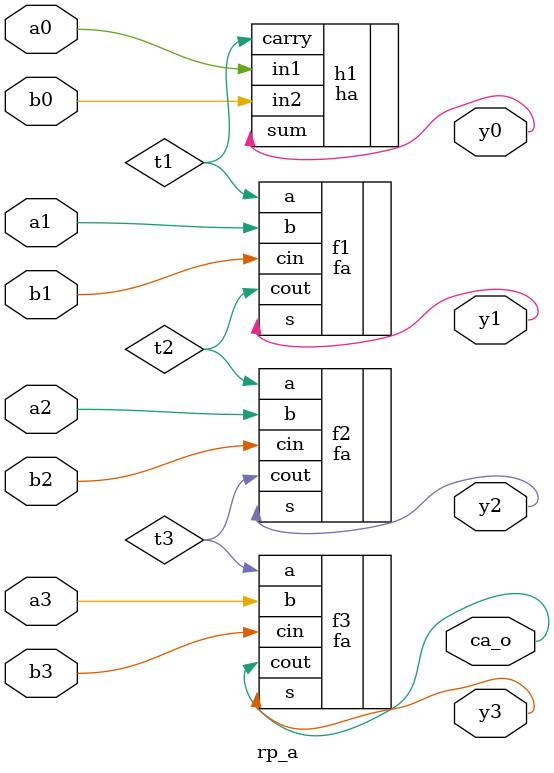
<source format=v>
`timescale 1ns / 1ps
module rp_a(a0,a1,a2,a3,b0,b1,b2,b3,ca_o,y0,y1,y2,y3);
input a0,a1,a2,a3,b0,b1,b2,b3;
output ca_o,y0,y1,y2,y3;
wire t1,t2,t3,t4,t5,t6,t7,t8,t9;

ha h1(.in1(a0),.in2(b0),.sum(y0),.carry(t1));
fa f1(.a(t1),.b(a1),.cin(b1),.s(y1),.cout(t2));
fa f2(.a(t2),.b(a2),.cin(b2),.s(y2),.cout(t3));
fa f3(.a(t3),.b(a3),.cin(b3),.s(y3),.cout(ca_o));
endmodule

</source>
